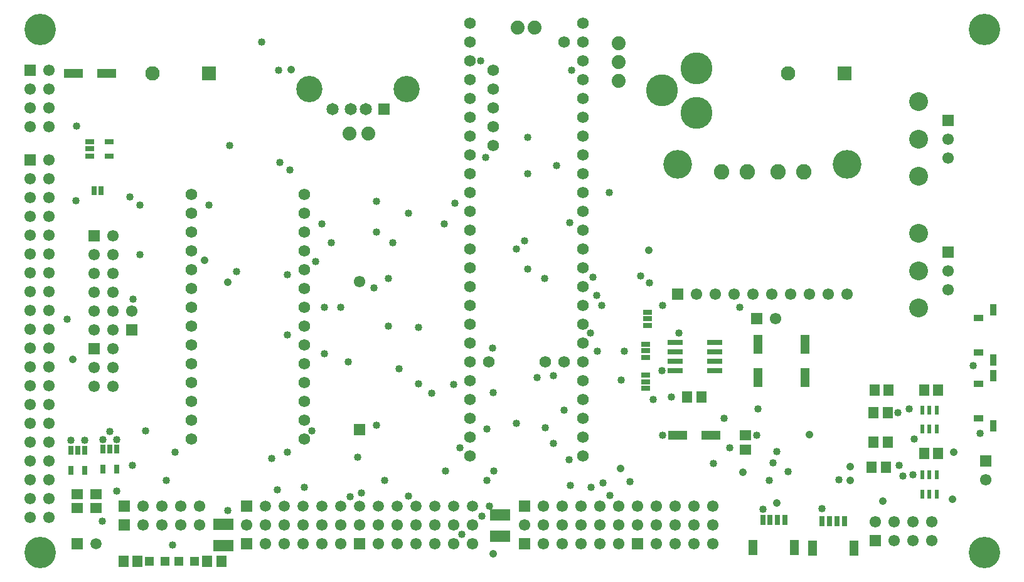
<source format=gts>
G04 DipTrace 3.3.1.3*
G04 T4RA8875TouchShieldcastellatedV02.gts*
%MOIN*%
G04 #@! TF.FileFunction,Soldermask,Top*
G04 #@! TF.Part,Single*
%AMOUTLINE0*
4,1,4,
0.025,-0.0175,
-0.025,-0.0175,
-0.025,0.0175,
0.025,0.0175,
0.025,-0.0175,
0*%
%AMOUTLINE1*
4,1,4,
0.0155,0.0285,
0.0155,-0.0285,
-0.0155,-0.0285,
-0.0155,0.0285,
0.0155,0.0285,
0*%
%AMOUTLINE2*
4,1,4,
-0.010827,0.023622,
0.010827,0.023622,
0.010827,-0.023622,
-0.010827,-0.023622,
-0.010827,0.023622,
0*%
%ADD23R,0.1X0.05*%
%ADD24R,0.05X0.1*%
%ADD26R,0.059055X0.059055*%
%ADD27C,0.059055*%
%ADD28C,0.17*%
%ADD32C,0.074*%
%ADD33R,0.047244X0.047244*%
%ADD35C,0.1*%
%ADD39R,0.025X0.05*%
%ADD41R,0.05X0.025*%
%ADD44C,0.06194*%
%ADD48C,0.074*%
%ADD52R,0.021654X0.047244*%
%ADD56C,0.04*%
%ADD69C,0.167*%
%ADD71C,0.042*%
%ADD73C,0.139795*%
%ADD75C,0.064992*%
%ADD77R,0.064992X0.064992*%
%ADD81C,0.082*%
%ADD83C,0.152*%
%ADD87R,0.08074X0.025622*%
%ADD89R,0.045307X0.025622*%
%ADD93C,0.076803*%
%ADD95R,0.076803X0.076803*%
%ADD101R,0.061055X0.053181*%
%ADD103R,0.025622X0.045307*%
%ADD111R,0.025622X0.05515*%
%ADD113R,0.049244X0.08074*%
%ADD117C,0.061055*%
%ADD119R,0.061055X0.061055*%
%ADD121R,0.053181X0.061055*%
%ADD127R,0.108299X0.064992*%
%ADD131OUTLINE0*%
%ADD132OUTLINE1*%
%ADD133OUTLINE2*%
%FSLAX26Y26*%
G04*
G70*
G90*
G75*
G01*
G04 TopMask*
%LPD*%
D71*
X2928700Y500700D3*
X5368700Y790700D3*
X1853700Y3075700D3*
X3753700Y2115700D3*
X4823700Y965700D3*
Y890700D3*
X4998700Y780700D3*
X4433700Y770700D3*
X4608700Y1135700D3*
X3603700Y955700D3*
X4253700Y935700D3*
X693700Y1535700D3*
X1518700Y1945700D3*
X1393700Y2060700D3*
X5373700Y1040700D3*
D69*
X521062Y508062D3*
X521932Y3287590D3*
X5536810Y508062D3*
Y3287590D3*
D56*
X4359881Y736960D3*
X4673700Y740700D3*
X3828700Y1130700D3*
X3824326Y1475700D3*
X3873700Y1335700D3*
X853700Y1108653D3*
X928503D3*
X683700Y1103653D3*
X758503D3*
X5513700Y1140700D3*
X5478700Y1500700D3*
X2350728Y891728D3*
X4433070Y1042613D3*
X4238700Y1810700D3*
X2888176Y2606172D3*
X3346200Y3070700D3*
X1192228Y891728D3*
X2908700Y755700D3*
X2896228Y891728D3*
X2308700Y2210700D3*
X2293700Y1915700D3*
X928700Y835700D3*
X2477669Y2310700D3*
X2476606Y807728D3*
X3653700Y885700D3*
X1983700Y2055700D3*
X2395669Y2153672D3*
X2066700D3*
X2118700Y1810700D3*
X1223082Y548200D3*
X2760794Y605444D3*
X2868700Y700700D3*
X1696653Y3220700D3*
X1786704Y3071291D3*
X2862672Y3120700D3*
X2599881Y1353676D3*
X2718700Y1399672D3*
X2725735Y2363672D3*
X1418294Y2355672D3*
X1050228D3*
Y2090700D3*
X1517409Y731228D3*
X1082231Y1153672D3*
X1965401D3*
X3246672Y1447672D3*
X1923700Y855700D3*
X4098700Y980700D3*
X3246672Y1087672D3*
X3050172Y1195672D3*
Y2120700D3*
X3160728Y1436200D3*
X2018700Y2255700D3*
X3333700Y2260700D3*
X3710700Y1977731D3*
X3458700Y1970700D3*
X1848700Y2540700D3*
X3265704Y2563672D3*
X3544535Y2420700D3*
X3548700Y810700D3*
X4763700Y895700D3*
X3109672Y2520700D3*
Y2715672D3*
X1528700Y2670700D3*
X998224Y2396645D3*
X1013700Y1855700D3*
X3758700Y1940228D3*
X4495987Y936113D3*
X2371704Y1965672D3*
Y1710700D3*
X3201700Y1965672D3*
X2030672Y1810700D3*
Y1563672D3*
X3625700Y1577700D3*
X3480535D3*
X3478700Y1875700D3*
X3112728Y2015672D3*
X3093672Y2163672D3*
X1834700Y1663672D3*
Y1039735D3*
X891102Y1150464D3*
X1236700Y1039731D3*
X2750700Y1063672D3*
X2159381Y1520700D3*
X2168700Y805700D3*
X4415070Y985728D3*
X3330676Y1000700D3*
X3337228Y863172D3*
X4185228Y1063672D3*
X4153228Y1220700D3*
X3778700Y1320700D3*
X3608700Y1425700D3*
X3446672Y853228D3*
X4393700Y890700D3*
X3512535Y877228D3*
X1782700Y839228D3*
X2228700Y825700D3*
X1793700Y2580700D3*
X1834700Y1985672D3*
X1563700Y2000700D3*
X2208700Y1015700D3*
X1750700Y1007735D3*
X2427200Y1485672D3*
X2530291Y1405672D3*
Y1703676D3*
X4333700Y1270700D3*
X4328228Y1130503D3*
X3303700Y1263672D3*
X3203700Y1169700D3*
X663231Y1748228D3*
X713094Y2775271D3*
X850700Y673708D3*
X1010228Y970322D3*
X711901Y2377700D3*
X3913070Y1675204D3*
X3445401D3*
X3826700Y1820700D3*
X3503700D3*
X2308228Y1185700D3*
X2894228Y1163672D3*
X2666676Y2254700D3*
X2676204Y941728D3*
X2930672D3*
X2928228Y1358172D3*
X2923700Y1595700D3*
X2309098Y2373672D3*
X5079291Y1250700D3*
X5083700Y970700D3*
X5138700Y1270700D3*
X5103700Y915700D3*
X5158700Y920700D3*
X5163700Y1110700D3*
D127*
X2963700Y595700D3*
Y705936D3*
X1493700Y545700D3*
Y655936D3*
D23*
X873700Y3055700D3*
X698700D3*
D24*
X4583700Y1438200D3*
Y1613200D3*
D121*
X5216781Y1370700D3*
X5291585D3*
X5216781Y1035700D3*
X5291585D3*
D24*
X4333700Y1438200D3*
Y1613200D3*
D23*
X4083700Y1130700D3*
X3908700D3*
D121*
X4033700Y1335700D3*
X3958897D3*
D119*
X5543700Y995700D3*
D117*
Y895700D3*
D28*
X4008700Y2845700D3*
Y3081920D3*
X3823661Y2963810D3*
D119*
X4958700Y570700D3*
D117*
Y670700D3*
X5058700Y570700D3*
Y670700D3*
X5158700Y570700D3*
Y670700D3*
X5258700Y570700D3*
Y670700D3*
D26*
X1618700Y755700D3*
D27*
X1718700D3*
X1818700D3*
X1918700D3*
X2018700D3*
X2118700D3*
X2218700D3*
X2318700D3*
X2418700D3*
X2518700D3*
X2618700D3*
X2718700D3*
X2818700D3*
D119*
X3093700D3*
D117*
X3193700D3*
X3293700D3*
X3393700D3*
X3493700D3*
X3593700D3*
X3693700D3*
X3793700D3*
X3893700D3*
X3993700D3*
X4093700D3*
D119*
X4328700Y1750700D3*
D117*
X4428700D3*
D119*
X968700Y755700D3*
D117*
X1068700D3*
X1168700D3*
X1268700D3*
X1368700D3*
D119*
X968700Y655700D3*
D117*
X1068700D3*
X1168700D3*
X1268700D3*
X1368700D3*
D119*
X2218700Y1160700D3*
D117*
Y1948102D3*
D119*
X808700Y1590700D3*
D117*
X908700D3*
X808700Y1490700D3*
X908700D3*
X808700Y1390700D3*
X908700D3*
D119*
X808700Y2190700D3*
D117*
X908700D3*
X808700Y2090700D3*
X908700D3*
X808700Y1990700D3*
X908700D3*
X808700Y1890700D3*
X908700D3*
X808700Y1790700D3*
X908700D3*
X808700Y1690700D3*
X908700D3*
D119*
X468700Y2595850D3*
D117*
X568700D3*
X468700Y2495850D3*
X568700D3*
X468700Y2395850D3*
X568700D3*
X468700Y2295850D3*
X568700D3*
X468700Y2195850D3*
X568700D3*
X468700Y2095850D3*
X568700D3*
X468700Y1995850D3*
X568700D3*
X468700Y1895850D3*
X568700D3*
X468700Y1795850D3*
X568700D3*
X468700Y1695850D3*
X568700D3*
X468700Y1595850D3*
X568700D3*
X468700Y1495850D3*
X568700D3*
X468700Y1395850D3*
X568700D3*
X468700Y1295850D3*
X568700D3*
X468700Y1195850D3*
X568700D3*
X468700Y1095850D3*
X568700D3*
X468700Y995850D3*
X568700D3*
X468700Y895850D3*
X568700D3*
X468700Y795850D3*
X568700D3*
X468700Y695850D3*
X568700D3*
D119*
X468700Y3071399D3*
D117*
X568700D3*
X468700Y2971399D3*
X568700D3*
X468700Y2871399D3*
X568700D3*
X468700Y2771399D3*
X568700D3*
D113*
X4308700Y535700D3*
X4529172D3*
D111*
X4359881Y680385D3*
X4399251D3*
X4438621D3*
X4477991D3*
D113*
X4623700Y530700D3*
X4844172D3*
D111*
X4674881Y675385D3*
X4714251D3*
X4753621D3*
X4792991D3*
D119*
X1008700Y1690700D3*
D117*
Y1790700D3*
D32*
X2163700Y2735700D3*
X2263700D3*
D33*
X1183700Y460700D3*
X1101023D3*
X1258700D3*
X1341377D3*
D131*
X5508700Y1570700D3*
Y1755700D3*
D132*
X5583200Y1530200D3*
Y1796200D3*
D35*
X5188385Y1808850D3*
Y2005700D3*
Y2202550D3*
Y2508850D3*
Y2705700D3*
Y2902550D3*
D119*
X3093700Y555700D3*
D117*
Y655700D3*
X3193700Y555700D3*
Y655700D3*
X3293700Y555700D3*
Y655700D3*
X3393700Y555700D3*
Y655700D3*
X3493700Y555700D3*
Y655700D3*
X3593700Y555700D3*
Y655700D3*
D119*
X3693700Y555700D3*
D117*
Y655700D3*
X3793700Y555700D3*
Y655700D3*
X3893700Y555700D3*
Y655700D3*
X3993700Y555700D3*
Y655700D3*
X4093700Y555700D3*
Y655700D3*
D119*
X1618700Y555700D3*
D117*
Y655700D3*
X1718700Y555700D3*
Y655700D3*
X1818700Y555700D3*
Y655700D3*
X1918700Y555700D3*
Y655700D3*
X2018700Y555700D3*
Y655700D3*
X2118700Y555700D3*
Y655700D3*
D119*
X2218700Y555700D3*
D117*
Y655700D3*
X2318700Y555700D3*
Y655700D3*
X2418700Y555700D3*
Y655700D3*
X2518700Y555700D3*
Y655700D3*
X2618700Y555700D3*
Y655700D3*
X2718700Y555700D3*
Y655700D3*
X2818700Y555700D3*
Y655700D3*
D131*
X5508700Y1220700D3*
Y1405700D3*
D132*
X5583200Y1180200D3*
Y1446200D3*
D121*
X5013503Y960700D3*
X4938700D3*
X5023700Y1095700D3*
X4948897D3*
X5023700Y1250700D3*
X4948897D3*
X5028700Y1370700D3*
X4953897D3*
D32*
X3593700Y3215700D3*
Y3115700D3*
Y3015700D3*
D103*
X758503Y1051999D3*
X721102D3*
X683700D3*
Y945700D3*
X758503D3*
X928503Y1056999D3*
X891102D3*
X853700D3*
Y950700D3*
X928503D3*
D121*
X1483700Y460700D3*
X1408897D3*
D119*
X5343700Y2105716D3*
D117*
Y2005716D3*
Y1905716D3*
D101*
X718700Y743298D3*
Y818102D3*
X818700Y743298D3*
Y818102D3*
X4268700Y1055700D3*
Y1130503D3*
D119*
X5343700Y2805716D3*
D117*
Y2705716D3*
Y2605716D3*
D121*
X963700Y460700D3*
X1038503D3*
D39*
X843700Y2430700D3*
X808267D3*
D41*
X3748700Y1715700D3*
Y1750700D3*
Y1785700D3*
X3738700Y1380700D3*
Y1415700D3*
Y1450700D3*
Y1545700D3*
Y1580700D3*
Y1615700D3*
D95*
X1418306Y3055700D3*
D93*
X1119094D3*
D95*
X4793306D3*
D93*
X4494094D3*
D44*
X1323700Y2410700D3*
Y2310700D3*
Y2210700D3*
Y2110700D3*
Y2010700D3*
Y1910700D3*
Y1810700D3*
Y1710700D3*
Y1610700D3*
Y1510700D3*
Y1410700D3*
Y1310700D3*
Y1210700D3*
Y1110700D3*
X1923700D3*
Y1210700D3*
Y1310700D3*
Y1410700D3*
Y1510700D3*
Y1610700D3*
Y1710700D3*
Y1810700D3*
Y1910700D3*
Y2010700D3*
Y2110700D3*
Y2210700D3*
Y2310700D3*
Y2410700D3*
D89*
X783149Y2689952D3*
Y2652550D3*
Y2615149D3*
X889448D3*
Y2689952D3*
D87*
X3893700Y1625700D3*
Y1575700D3*
Y1525700D3*
Y1475700D3*
X4106298D3*
Y1525700D3*
Y1575700D3*
Y1625700D3*
D44*
X2803700Y3320700D3*
Y3220700D3*
Y3120700D3*
Y3020700D3*
Y2920700D3*
Y2820700D3*
Y2720700D3*
Y2620700D3*
Y2520700D3*
Y2420700D3*
Y2320700D3*
Y2220700D3*
Y2120700D3*
Y2020700D3*
X2903700Y1520700D3*
X3303700Y3220700D3*
D48*
X3148700Y3298700D3*
X3058700D3*
D44*
X3403700Y1720700D3*
Y2020700D3*
Y2120700D3*
Y2220700D3*
Y2320700D3*
Y2420700D3*
Y2520700D3*
Y2620700D3*
Y2720700D3*
Y2820700D3*
Y2920700D3*
Y3020700D3*
Y3120700D3*
Y3220700D3*
Y3320700D3*
X3303700Y1520700D3*
X2928700Y3070700D3*
Y2970700D3*
Y2870700D3*
X2803700Y1420700D3*
Y1320700D3*
Y1520700D3*
Y1620700D3*
Y1720700D3*
Y1820700D3*
Y1220700D3*
Y1120700D3*
Y1020700D3*
X3403700D3*
X2803700Y1920700D3*
X3403700Y1120700D3*
Y1920700D3*
Y1220700D3*
Y1420700D3*
Y1520700D3*
Y1620700D3*
Y1320700D3*
Y1820700D3*
X3203700Y1520700D3*
X2928700Y2770700D3*
Y2670700D3*
D117*
X4008700Y1880700D3*
X4108700D3*
X4208700D3*
D119*
X3908700D3*
D117*
X4708700D3*
X4608700D3*
X4508700D3*
X4808700D3*
X4308700D3*
X4408700D3*
D83*
X3908700Y2570700D3*
X4808700D3*
D81*
X4139700Y2530700D3*
X4577700D3*
X4277700D3*
X4439700D3*
D52*
X5283700Y1265700D3*
X5246298D3*
X5208897D3*
Y1163330D3*
X5283700D3*
D133*
X5246298D3*
D52*
X5283700Y920700D3*
X5246298D3*
X5208897D3*
Y818330D3*
X5283700D3*
D133*
X5246298D3*
D77*
X2348700Y2865700D3*
D75*
X2250275D3*
X2171535D3*
X2073109D3*
D73*
X2469566Y2972393D3*
X1952243D3*
D26*
X718700Y555700D3*
D27*
X818700D3*
M02*

</source>
